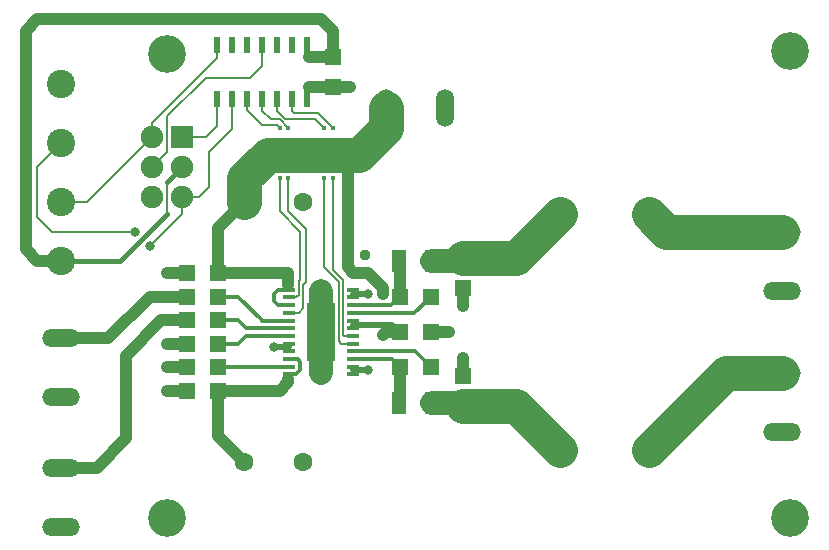
<source format=gtl>
G04 (created by PCBNEW-RS274X (2010-03-14)-final) date Thu 12 Jan 2012 21:53:35 GMT*
G01*
G70*
G90*
%MOIN*%
G04 Gerber Fmt 3.4, Leading zero omitted, Abs format*
%FSLAX34Y34*%
G04 APERTURE LIST*
%ADD10C,0.006000*%
%ADD11R,0.039400X0.011800*%
%ADD12R,0.094500X0.196900*%
%ADD13R,0.075000X0.075000*%
%ADD14C,0.075000*%
%ADD15C,0.037400*%
%ADD16C,0.063000*%
%ADD17C,0.078700*%
%ADD18O,0.126000X0.059100*%
%ADD19O,0.059100X0.126000*%
%ADD20C,0.094500*%
%ADD21R,0.055100X0.055100*%
%ADD22R,0.047200X0.076000*%
%ADD23R,0.019700X0.055100*%
%ADD24C,0.126000*%
%ADD25C,0.039400*%
%ADD26C,0.015700*%
%ADD27C,0.031500*%
%ADD28C,0.035000*%
%ADD29C,0.015700*%
%ADD30C,0.007900*%
%ADD31C,0.039400*%
%ADD32C,0.078700*%
%ADD33C,0.019700*%
%ADD34C,0.011800*%
%ADD35C,0.118100*%
G04 APERTURE END LIST*
G54D10*
G54D11*
X43808Y-52925D03*
X43808Y-53181D03*
X43808Y-53437D03*
X43808Y-53693D03*
X43808Y-53949D03*
X43808Y-54205D03*
X43808Y-54460D03*
X43808Y-54716D03*
X43808Y-54972D03*
X43808Y-55228D03*
X43808Y-55484D03*
X43808Y-55740D03*
X45934Y-55740D03*
X45934Y-55484D03*
X45934Y-55228D03*
X45934Y-54972D03*
X45934Y-54716D03*
X45934Y-54460D03*
X45934Y-54205D03*
X45934Y-53949D03*
X45934Y-53693D03*
X45934Y-53437D03*
X45934Y-53181D03*
X45934Y-52925D03*
G54D12*
X44882Y-54331D03*
G54D13*
X40264Y-47819D03*
G54D14*
X40264Y-48819D03*
X40264Y-49819D03*
X39264Y-47819D03*
X39264Y-48819D03*
X39264Y-49819D03*
G54D15*
X45768Y-51772D03*
X46359Y-51772D03*
G54D16*
X42323Y-58661D03*
X44292Y-58661D03*
X42323Y-50000D03*
X44292Y-50000D03*
G54D17*
X52856Y-58268D03*
X55809Y-58268D03*
X52856Y-50394D03*
X55809Y-50394D03*
G54D18*
X60236Y-55708D03*
X60236Y-57677D03*
X36220Y-58857D03*
X36220Y-60826D03*
X36220Y-54527D03*
X36220Y-56496D03*
X60236Y-50983D03*
X60236Y-52952D03*
G54D19*
X47046Y-46850D03*
X49015Y-46850D03*
G54D20*
X36220Y-51968D03*
X36220Y-49999D03*
X36220Y-48031D03*
X36220Y-46062D03*
G54D21*
X47519Y-54331D03*
X48543Y-54331D03*
X41457Y-56299D03*
X40433Y-56299D03*
X41457Y-52362D03*
X40433Y-52362D03*
X49606Y-56811D03*
X49606Y-55787D03*
X40433Y-55512D03*
X41457Y-55512D03*
X40433Y-54724D03*
X41457Y-54724D03*
X48543Y-55512D03*
X47519Y-55512D03*
X41457Y-53937D03*
X40433Y-53937D03*
X48543Y-53150D03*
X47519Y-53150D03*
X41457Y-53150D03*
X40433Y-53150D03*
X49606Y-51850D03*
X49606Y-52874D03*
X45276Y-46181D03*
X45276Y-45157D03*
G54D22*
X48582Y-56693D03*
X47480Y-56693D03*
X48582Y-51968D03*
X47480Y-51968D03*
G54D23*
X44413Y-44769D03*
X43913Y-44769D03*
X43413Y-44769D03*
X42913Y-44769D03*
X42413Y-44769D03*
X41913Y-44769D03*
X41413Y-44769D03*
X41413Y-46569D03*
X41913Y-46569D03*
X42413Y-46569D03*
X42913Y-46569D03*
X43413Y-46569D03*
X43913Y-46569D03*
X44413Y-46569D03*
G54D24*
X60531Y-44980D03*
X60531Y-60531D03*
X39764Y-60531D03*
X39764Y-45079D03*
G54D25*
X45866Y-46161D03*
X49606Y-55197D03*
X49606Y-53464D03*
X49134Y-54331D03*
G54D26*
X45079Y-53150D03*
X45079Y-52756D03*
X44685Y-53150D03*
X44685Y-52756D03*
X45079Y-55512D03*
X45079Y-55905D03*
X44685Y-55512D03*
X44685Y-55905D03*
X45177Y-55118D03*
X44882Y-55118D03*
X44587Y-55118D03*
X45177Y-54331D03*
X44882Y-54331D03*
X44587Y-54331D03*
X45177Y-53543D03*
X44882Y-53543D03*
X44587Y-53543D03*
G54D27*
X44882Y-52953D03*
X44882Y-55709D03*
X46457Y-53051D03*
X46457Y-55610D03*
X43307Y-54823D03*
G54D28*
X39764Y-52362D03*
X39764Y-56299D03*
X39764Y-55512D03*
X39764Y-54724D03*
G54D27*
X38681Y-50984D03*
X39173Y-51476D03*
G54D26*
X45276Y-49213D03*
X45276Y-47539D03*
X44980Y-49213D03*
X44980Y-47539D03*
X43799Y-47539D03*
X43799Y-49213D03*
X43504Y-47539D03*
X43504Y-49213D03*
G54D25*
X46949Y-54429D03*
X46949Y-53051D03*
G54D29*
X36220Y-51968D02*
X38190Y-51968D01*
X39764Y-49319D02*
X40264Y-48819D01*
G54D30*
X39764Y-50394D02*
X39764Y-49319D01*
G54D29*
X38190Y-51968D02*
X39764Y-50394D01*
G54D30*
X44413Y-44769D02*
X44413Y-45062D01*
X44413Y-45062D02*
X44508Y-45157D01*
G54D31*
X45276Y-45157D02*
X44508Y-45157D01*
X44508Y-45157D02*
X44488Y-45177D01*
X44390Y-43898D02*
X44883Y-43898D01*
X35433Y-51968D02*
X35039Y-51574D01*
X35039Y-51574D02*
X35039Y-44292D01*
X35039Y-44292D02*
X35433Y-43898D01*
X35433Y-43898D02*
X44390Y-43898D01*
X36220Y-51968D02*
X35433Y-51968D01*
X45276Y-44291D02*
X45276Y-45157D01*
X44883Y-43898D02*
X45276Y-44291D01*
G54D30*
X44413Y-46569D02*
X44413Y-46276D01*
X44413Y-46276D02*
X44508Y-46181D01*
G54D31*
X45276Y-46181D02*
X44508Y-46181D01*
X44508Y-46181D02*
X44488Y-46161D01*
X45276Y-46181D02*
X45846Y-46181D01*
X45846Y-46181D02*
X45866Y-46161D01*
X49606Y-55787D02*
X49606Y-55197D01*
X49606Y-52874D02*
X49606Y-53464D01*
X48543Y-54331D02*
X49134Y-54331D01*
G54D30*
X45079Y-52756D02*
X45079Y-53150D01*
X45079Y-53150D02*
X44882Y-53347D01*
X44685Y-52756D02*
X44685Y-53150D01*
X44685Y-53150D02*
X44882Y-53347D01*
X44882Y-54331D02*
X44882Y-53347D01*
X45079Y-55905D02*
X45079Y-55512D01*
X45079Y-55512D02*
X44882Y-55315D01*
X44685Y-55905D02*
X44685Y-55512D01*
X44685Y-55512D02*
X44882Y-55315D01*
X44882Y-54331D02*
X44882Y-55315D01*
X44882Y-54331D02*
X44882Y-54823D01*
X44882Y-54823D02*
X45177Y-55118D01*
X44882Y-54331D02*
X44882Y-55118D01*
X44882Y-54823D02*
X44587Y-55118D01*
X44882Y-54331D02*
X45177Y-54331D01*
X44882Y-54331D02*
X44587Y-54331D01*
X44882Y-54331D02*
X44882Y-53838D01*
X44882Y-53838D02*
X45177Y-53543D01*
X44882Y-54331D02*
X44882Y-53543D01*
X44882Y-53838D02*
X44587Y-53543D01*
G54D32*
X44882Y-54331D02*
X44882Y-52953D01*
X44882Y-54331D02*
X44882Y-55709D01*
G54D33*
X45934Y-53051D02*
X46457Y-53051D01*
G54D30*
X45934Y-53181D02*
X45934Y-53051D01*
X45934Y-53051D02*
X45934Y-52925D01*
G54D33*
X45934Y-55610D02*
X46457Y-55610D01*
G54D30*
X45934Y-55484D02*
X45934Y-55610D01*
X45934Y-55610D02*
X45934Y-55740D01*
G54D33*
X43808Y-54823D02*
X43307Y-54823D01*
G54D30*
X43808Y-54972D02*
X43808Y-54823D01*
X43808Y-54823D02*
X43808Y-54716D01*
G54D31*
X40433Y-52362D02*
X39764Y-52362D01*
X40433Y-56299D02*
X39764Y-56299D01*
X40433Y-55512D02*
X39764Y-55512D01*
X40433Y-54724D02*
X39764Y-54724D01*
G54D30*
X36220Y-48032D02*
X35433Y-48819D01*
X35433Y-48819D02*
X35433Y-50492D01*
X35433Y-50492D02*
X35925Y-50984D01*
X35925Y-50984D02*
X38681Y-50984D01*
X36220Y-48031D02*
X36220Y-48032D01*
X40264Y-50385D02*
X40264Y-49819D01*
X39173Y-51476D02*
X40264Y-50385D01*
X41913Y-46569D02*
X41913Y-47556D01*
X40830Y-49819D02*
X40264Y-49819D01*
X41142Y-49507D02*
X40830Y-49819D01*
X41142Y-48327D02*
X41142Y-49507D01*
X41913Y-47556D02*
X41142Y-48327D01*
X42913Y-44769D02*
X42913Y-45473D01*
X39764Y-48319D02*
X39264Y-48819D01*
X39764Y-47146D02*
X39764Y-48319D01*
X41044Y-45866D02*
X39764Y-47146D01*
X42520Y-45866D02*
X41044Y-45866D01*
X42913Y-45473D02*
X42520Y-45866D01*
X43913Y-46569D02*
X43913Y-46964D01*
X45276Y-49409D02*
X45276Y-49213D01*
X45276Y-47539D02*
X44981Y-47244D01*
X45604Y-52592D02*
X45604Y-52657D01*
X45374Y-52362D02*
X45276Y-52264D01*
X45604Y-52592D02*
X45374Y-52362D01*
X45276Y-52264D02*
X45276Y-49409D01*
X44784Y-47047D02*
X44981Y-47244D01*
X43996Y-47047D02*
X44784Y-47047D01*
X43913Y-46964D02*
X43996Y-47047D01*
X45604Y-52657D02*
X45604Y-52756D01*
X45643Y-54460D02*
X45604Y-54421D01*
X45604Y-54421D02*
X45604Y-52657D01*
X45934Y-54460D02*
X45643Y-54460D01*
X41413Y-46569D02*
X41413Y-47465D01*
X41059Y-47819D02*
X40264Y-47819D01*
X41413Y-47465D02*
X41059Y-47819D01*
X41413Y-44769D02*
X41413Y-45201D01*
X39264Y-47350D02*
X39264Y-47819D01*
X41413Y-45201D02*
X39264Y-47350D01*
X36220Y-49999D02*
X37084Y-49999D01*
X37084Y-49999D02*
X39264Y-47819D01*
G54D34*
X43808Y-54205D02*
X42394Y-54205D01*
X42394Y-54205D02*
X42323Y-54134D01*
X42126Y-53937D02*
X41457Y-53937D01*
X42126Y-53937D02*
X42323Y-54134D01*
X43808Y-54460D02*
X42390Y-54460D01*
X42390Y-54460D02*
X42323Y-54527D01*
X42126Y-54724D02*
X41457Y-54724D01*
X42126Y-54724D02*
X42323Y-54527D01*
X43808Y-55484D02*
X41485Y-55484D01*
X41485Y-55484D02*
X41457Y-55512D01*
X43808Y-53949D02*
X42925Y-53949D01*
X42925Y-53949D02*
X42913Y-53937D01*
X42126Y-53150D02*
X41457Y-53150D01*
X42126Y-53150D02*
X42913Y-53937D01*
G54D31*
X36220Y-58857D02*
X37403Y-58857D01*
X39567Y-53937D02*
X38386Y-55118D01*
X38386Y-55118D02*
X38386Y-56299D01*
X39567Y-53937D02*
X40433Y-53937D01*
X38386Y-57874D02*
X38386Y-56299D01*
X37403Y-58857D02*
X38386Y-57874D01*
G54D35*
X60236Y-50983D02*
X56398Y-50983D01*
X56398Y-50983D02*
X55809Y-50394D01*
X60236Y-55708D02*
X58369Y-55708D01*
X58369Y-55708D02*
X55809Y-58268D01*
G54D30*
X44882Y-47441D02*
X44685Y-47244D01*
X44980Y-49508D02*
X44980Y-49213D01*
X44980Y-47539D02*
X44882Y-47441D01*
X45472Y-52953D02*
X45472Y-52657D01*
X45934Y-54716D02*
X45562Y-54716D01*
X45472Y-54626D02*
X45472Y-52953D01*
X45562Y-54716D02*
X45472Y-54626D01*
X44991Y-52166D02*
X44980Y-50492D01*
X45472Y-52657D02*
X44991Y-52166D01*
X44980Y-50492D02*
X44980Y-49508D01*
X43413Y-46957D02*
X43413Y-46569D01*
X43700Y-47244D02*
X43413Y-46957D01*
X44685Y-47244D02*
X43700Y-47244D01*
X43405Y-46577D02*
X43413Y-46569D01*
X44390Y-50886D02*
X43799Y-50295D01*
X43799Y-50295D02*
X43799Y-49213D01*
X44291Y-53248D02*
X44291Y-52756D01*
X43808Y-53693D02*
X44141Y-53693D01*
X44291Y-53543D02*
X44291Y-53248D01*
X44141Y-53693D02*
X44291Y-53543D01*
X44390Y-52657D02*
X44390Y-51181D01*
X44291Y-52756D02*
X44390Y-52657D01*
X44390Y-51181D02*
X44390Y-50886D01*
X42913Y-46949D02*
X42913Y-46569D01*
X43208Y-47244D02*
X42913Y-46949D01*
X43504Y-47244D02*
X43208Y-47244D01*
X43799Y-47539D02*
X43504Y-47244D01*
X44193Y-51181D02*
X44193Y-50984D01*
X44173Y-52579D02*
X44193Y-52559D01*
X44193Y-52559D02*
X44193Y-51181D01*
X44159Y-53085D02*
X44159Y-52612D01*
X43808Y-53181D02*
X44063Y-53181D01*
X44063Y-53181D02*
X44159Y-53085D01*
X44159Y-52612D02*
X44173Y-52598D01*
X44173Y-52598D02*
X44173Y-52579D01*
X42413Y-46941D02*
X42413Y-46569D01*
X42913Y-47441D02*
X42413Y-46941D01*
X43406Y-47441D02*
X42913Y-47441D01*
X43504Y-47539D02*
X43406Y-47441D01*
X43504Y-50295D02*
X43504Y-49213D01*
X44193Y-50984D02*
X43504Y-50295D01*
G54D34*
X45934Y-53693D02*
X48000Y-53693D01*
X48000Y-53693D02*
X48543Y-53150D01*
G54D31*
X47519Y-55512D02*
X47519Y-56654D01*
X47519Y-56654D02*
X47480Y-56693D01*
G54D34*
X45934Y-55228D02*
X47235Y-55228D01*
X47235Y-55228D02*
X47519Y-55512D01*
X45934Y-54972D02*
X48003Y-54972D01*
X48003Y-54972D02*
X48543Y-55512D01*
G54D31*
X36220Y-54527D02*
X37796Y-54527D01*
X39173Y-53150D02*
X40433Y-53150D01*
X37796Y-54527D02*
X39173Y-53150D01*
X47519Y-53150D02*
X47519Y-52007D01*
X47519Y-52007D02*
X47480Y-51968D01*
G54D34*
X45934Y-53437D02*
X47232Y-53437D01*
X47232Y-53437D02*
X47519Y-53150D01*
G54D35*
X49606Y-56811D02*
X51399Y-56811D01*
X51399Y-56811D02*
X52856Y-58268D01*
G54D32*
X48582Y-56693D02*
X49488Y-56693D01*
X49488Y-56693D02*
X49606Y-56811D01*
G54D35*
X49606Y-51850D02*
X51400Y-51850D01*
X51400Y-51850D02*
X52856Y-50394D01*
G54D32*
X48582Y-51968D02*
X49488Y-51968D01*
X49488Y-51968D02*
X49606Y-51850D01*
G54D31*
X45768Y-51772D02*
X45768Y-52166D01*
X47047Y-54331D02*
X47519Y-54331D01*
X46949Y-54429D02*
X47047Y-54331D01*
X46948Y-53050D02*
X46949Y-53051D01*
X46948Y-52854D02*
X46948Y-53050D01*
X46456Y-52362D02*
X46948Y-52854D01*
X45964Y-52362D02*
X46456Y-52362D01*
X45768Y-52166D02*
X45964Y-52362D01*
X45768Y-51772D02*
X45768Y-48818D01*
X45768Y-48818D02*
X46161Y-48425D01*
G54D35*
X42323Y-50000D02*
X42323Y-49212D01*
X47046Y-47540D02*
X46161Y-48425D01*
X46161Y-48425D02*
X44291Y-48425D01*
X47046Y-47540D02*
X47046Y-46850D01*
X43110Y-48425D02*
X44291Y-48425D01*
X42323Y-49212D02*
X43110Y-48425D01*
G54D34*
X43808Y-52925D02*
X43453Y-52925D01*
X43437Y-53437D02*
X43307Y-53307D01*
X43307Y-53307D02*
X43307Y-53071D01*
X43437Y-53437D02*
X43808Y-53437D01*
X43453Y-52925D02*
X43307Y-53071D01*
G54D33*
X45934Y-54094D02*
X47243Y-54094D01*
X47243Y-54094D02*
X47480Y-54331D01*
X47480Y-54331D02*
X47519Y-54331D01*
G54D30*
X45934Y-54205D02*
X45934Y-54094D01*
X45934Y-54094D02*
X45934Y-53967D01*
X45964Y-53937D02*
X45934Y-53949D01*
X45934Y-53967D02*
X45964Y-53937D01*
X43799Y-52756D02*
X43799Y-52953D01*
G54D31*
X41457Y-52362D02*
X43307Y-52362D01*
X43307Y-52362D02*
X43799Y-52362D01*
X43799Y-52756D02*
X43799Y-52362D01*
G54D30*
X43799Y-52953D02*
X43808Y-52925D01*
G54D31*
X41457Y-52362D02*
X41457Y-50866D01*
X41457Y-50866D02*
X42323Y-50000D01*
G54D34*
X43808Y-55740D02*
X44063Y-55740D01*
X44063Y-55740D02*
X44193Y-55610D01*
X44106Y-55228D02*
X43808Y-55228D01*
X44193Y-55315D02*
X44193Y-55610D01*
X44106Y-55228D02*
X44193Y-55315D01*
G54D31*
X43799Y-55905D02*
X43799Y-56004D01*
G54D30*
X43808Y-55740D02*
X43808Y-55798D01*
X43808Y-55798D02*
X43799Y-55807D01*
G54D29*
X43799Y-55905D02*
X43799Y-55807D01*
G54D31*
X43504Y-56299D02*
X41457Y-56299D01*
X43799Y-56004D02*
X43504Y-56299D01*
X41457Y-56299D02*
X41457Y-57795D01*
X41457Y-57795D02*
X42323Y-58661D01*
M02*

</source>
